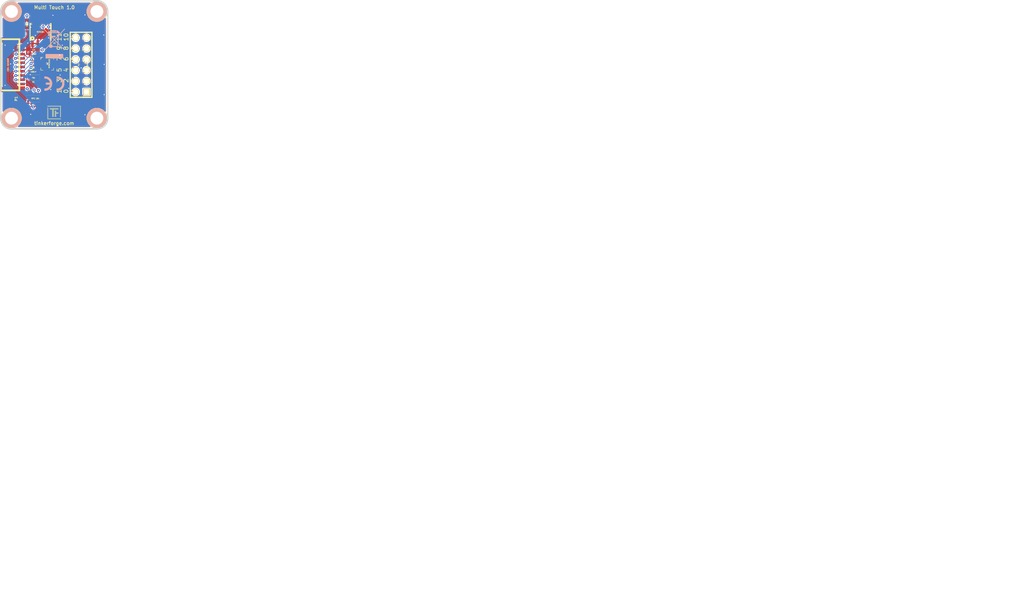
<source format=kicad_pcb>
(kicad_pcb (version 4) (host pcbnew "(2015-03-18 BZR 5525)-product")
  (title_block (title "Multi Touch Bricklet") (rev 1.0) (company "Tinkerforge GmbH") (comment 1 "Licensed under CERN OHL v.1.1") (comment 2 "Copyright (©) 2013, B.Nordmeyer <bastian@tinkerforge.com>"))
  (layers (0 Vorderseite signal hide) (31 Rückseite signal hide) (34 B.Paste user) (35 F.Paste user) (36 B.SilkS user) (37 F.SilkS user) (38 B.Mask user) (39 F.Mask user) (44 Edge.Cuts user))
  (net 0 "")
  (net 1 GND)
  (net 2 N-000001)
  (net 3 N-0000010)
  (net 4 N-0000011)
  (net 5 N-0000012)
  (net 6 N-0000013)
  (net 7 N-0000014)
  (net 8 N-0000017)
  (net 9 N-0000018)
  (net 10 N-0000019)
  (net 11 N-000002)
  (net 12 N-0000020)
  (net 13 N-0000021)
  (net 14 N-0000023)
  (net 15 N-000003)
  (net 16 N-000004)
  (net 17 N-000005)
  (net 18 N-000006)
  (net 19 N-000007)
  (net 20 N-000008)
  (net 21 N-000009)
  (net 22 VCC)
  (module SOIC8 (layer Vorderseite) (at 52.2 34.6)
    (fp_text reference U1 (at 3.29946 2.60096) (layer F.SilkS) (effects (font (size 0.29972 0.29972) (thickness 0.0762))))
    (fp_text value M24C64 (at 0 0) (layer F.SilkS) (effects (font (size 0.29972 0.29972) (thickness 0.0762))))
    (pad 1 smd rect (at -1.90246 2.69748 180) (size 0.59944 1.5494) (layers Vorderseite F.Paste F.Mask) (net 1 GND))
    (pad 2 smd rect (at -0.63246 2.69748 180) (size 0.59944 1.5494) (layers Vorderseite F.Paste F.Mask) (net 1 GND))
    (pad 3 smd rect (at 0.63246 2.69748 180) (size 0.59944 1.5494) (layers Vorderseite F.Paste F.Mask) (net 7 N-0000014))
    (pad 4 smd rect (at 1.90246 2.69748 180) (size 0.59944 1.5494) (layers Vorderseite F.Paste F.Mask) (net 1 GND))
    (pad 5 smd rect (at 1.90246 -2.69748) (size 0.59944 1.5494) (layers Vorderseite F.Paste F.Mask) (net 5 N-0000012))
    (pad 6 smd rect (at 0.63246 -2.69748) (size 0.59944 1.5494) (layers Vorderseite F.Paste F.Mask) (net 4 N-0000011))
    (pad 7 smd rect (at -0.63246 -2.69748) (size 0.59944 1.5494) (layers Vorderseite F.Paste F.Mask))
    (pad 8 smd rect (at -1.90246 -2.69748) (size 0.59944 1.5494) (layers Vorderseite F.Paste F.Mask) (net 22 VCC))
  )
  (module CON-SENSOR (layer Vorderseite) (at 43 42.3 270)
    (fp_text reference P1 (at 7.9502 -3.50012 270) (layer F.SilkS) (effects (font (size 0.59944 0.59944) (thickness 0.12446))))
    (fp_text value CON-SENSOR (at 0 -1.6002 270) (layer F.SilkS) (effects (font (size 0.29972 0.29972) (thickness 0.07112))))
    (pad 1 smd rect (at -4.50088 -4.7752 270) (size 0.59944 1.5494) (layers Vorderseite F.Paste F.Mask))
    (pad 2 smd rect (at -3.50012 -4.7752 270) (size 0.59944 1.5494) (layers Vorderseite F.Paste F.Mask) (net 1 GND))
    (pad 3 smd rect (at -2.49936 -4.7752 270) (size 0.59944 1.5494) (layers Vorderseite F.Paste F.Mask) (net 22 VCC))
    (pad 4 smd rect (at -1.50114 -4.7752 270) (size 0.59944 1.5494) (layers Vorderseite F.Paste F.Mask) (net 4 N-0000011))
    (pad 5 smd rect (at -0.50038 -4.7752 270) (size 0.59944 1.5494) (layers Vorderseite F.Paste F.Mask) (net 5 N-0000012))
    (pad 6 smd rect (at 0.50038 -4.7752 270) (size 0.59944 1.5494) (layers Vorderseite F.Paste F.Mask) (net 7 N-0000014))
    (pad 7 smd rect (at 1.50114 -4.7752 270) (size 0.59944 1.5494) (layers Vorderseite F.Paste F.Mask) (net 14 N-0000023))
    (pad 8 smd rect (at 2.49936 -4.7752 270) (size 0.59944 1.5494) (layers Vorderseite F.Paste F.Mask) (net 8 N-0000017))
    (pad 9 smd rect (at 3.50012 -4.7752 270) (size 0.59944 1.5494) (layers Vorderseite F.Paste F.Mask) (net 9 N-0000018))
    (pad 10 smd rect (at 4.50088 -4.7752 270) (size 0.59944 1.5494) (layers Vorderseite F.Paste F.Mask))
    (pad EP smd rect (at -5.79882 -0.89916 270) (size 1.19888 1.80086) (layers Vorderseite F.Paste F.Mask) (net 1 GND))
    (pad EP smd rect (at 5.79882 -0.89916 270) (size 1.19888 1.80086) (layers Vorderseite F.Paste F.Mask) (net 1 GND))
  )
  (module 0603 (layer Vorderseite) (at 50.6 39.8)
    (fp_text reference C2 (at 0 -1.00076) (layer F.SilkS) (effects (font (size 0.29972 0.29972) (thickness 0.0762))))
    (fp_text value 100nF (at 0 0) (layer F.SilkS) (effects (font (size 0.29972 0.29972) (thickness 0.0762))))
    (pad 1 smd rect (at -0.8001 0) (size 0.8001 0.8001) (layers Vorderseite F.Paste F.Mask) (net 1 GND))
    (pad 2 smd rect (at 0.8001 0) (size 0.8001 0.8001) (layers Vorderseite F.Paste F.Mask) (net 22 VCC))
  )
  (module 0603 (layer Vorderseite) (at 50.55 45.35 180)
    (fp_text reference R1 (at 0 -1.00076 180) (layer F.SilkS) (effects (font (size 0.29972 0.29972) (thickness 0.0762))))
    (fp_text value 75k (at 0 0 180) (layer F.SilkS) (effects (font (size 0.29972 0.29972) (thickness 0.0762))))
    (pad 1 smd rect (at -0.8001 0 180) (size 0.8001 0.8001) (layers Vorderseite F.Paste F.Mask) (net 2 N-000001))
    (pad 2 smd rect (at 0.8001 0 180) (size 0.8001 0.8001) (layers Vorderseite F.Paste F.Mask) (net 1 GND))
  )
  (module 0603 (layer Vorderseite) (at 49 32.7 270)
    (fp_text reference C1 (at 0 -1.00076 270) (layer F.SilkS) (effects (font (size 0.29972 0.29972) (thickness 0.0762))))
    (fp_text value 100nF (at 0 0 270) (layer F.SilkS) (effects (font (size 0.29972 0.29972) (thickness 0.0762))))
    (pad 1 smd rect (at -0.8001 0 270) (size 0.8001 0.8001) (layers Vorderseite F.Paste F.Mask) (net 22 VCC))
    (pad 2 smd rect (at 0.8001 0 270) (size 0.8001 0.8001) (layers Vorderseite F.Paste F.Mask) (net 1 GND))
  )
  (module QFN20-3X3 (layer Vorderseite) (at 53.75 42.05 270)
    (fp_text reference U2 (at 0 0 270) (layer F.SilkS) (effects (font (size 0.3 0.3) (thickness 0.075))))
    (fp_text value MPR121Q (at 0 -0.5 270) (layer F.SilkS) (effects (font (size 0.3 0.3) (thickness 0.075))))
    (pad 1 smd rect (at -0.79756 1.4986 90) (size 0.24892 0.89916) (layers Vorderseite F.Paste F.Mask) (net 14 N-0000023))
    (pad 2 smd rect (at -0.39878 1.4986 90) (size 0.24892 0.89916) (layers Vorderseite F.Paste F.Mask) (net 8 N-0000017))
    (pad 3 smd rect (at 0 1.4986 90) (size 0.24892 0.89916) (layers Vorderseite F.Paste F.Mask) (net 9 N-0000018))
    (pad 4 smd rect (at 0.39878 1.4986 90) (size 0.24892 0.89916) (layers Vorderseite F.Paste F.Mask) (net 1 GND))
    (pad 5 smd rect (at 0.79756 1.4986 90) (size 0.24892 0.89916) (layers Vorderseite F.Paste F.Mask) (net 11 N-000002))
    (pad 6 smd rect (at 1.4986 0.79756 180) (size 0.24892 0.89916) (layers Vorderseite F.Paste F.Mask) (net 1 GND))
    (pad 7 smd rect (at 1.4986 0.39878 180) (size 0.24892 0.89916) (layers Vorderseite F.Paste F.Mask) (net 2 N-000001))
    (pad 8 smd rect (at 1.4986 0 180) (size 0.24892 0.89916) (layers Vorderseite F.Paste F.Mask) (net 15 N-000003))
    (pad 9 smd rect (at 1.4986 -0.39878 180) (size 0.24892 0.89916) (layers Vorderseite F.Paste F.Mask) (net 16 N-000004))
    (pad 10 smd rect (at 1.4986 -0.79756 180) (size 0.24892 0.89916) (layers Vorderseite F.Paste F.Mask) (net 17 N-000005))
    (pad 11 smd rect (at 0.79756 -1.4986 270) (size 0.24892 0.89916) (layers Vorderseite F.Paste F.Mask) (net 18 N-000006))
    (pad 12 smd rect (at 0.39878 -1.4986 270) (size 0.24892 0.89916) (layers Vorderseite F.Paste F.Mask) (net 19 N-000007))
    (pad 13 smd rect (at 0 -1.4986 270) (size 0.24892 0.89916) (layers Vorderseite F.Paste F.Mask) (net 20 N-000008))
    (pad 14 smd rect (at -0.39878 -1.4986 270) (size 0.24892 0.89916) (layers Vorderseite F.Paste F.Mask) (net 21 N-000009))
    (pad 15 smd rect (at -0.79756 -1.4986 270) (size 0.24892 0.89916) (layers Vorderseite F.Paste F.Mask) (net 3 N-0000010))
    (pad 16 smd rect (at -1.4986 -0.79756) (size 0.24892 0.89916) (layers Vorderseite F.Paste F.Mask) (net 6 N-0000013))
    (pad 17 smd rect (at -1.4986 -0.39878) (size 0.24892 0.89916) (layers Vorderseite F.Paste F.Mask) (net 10 N-0000019))
    (pad 18 smd rect (at -1.4986 0) (size 0.24892 0.89916) (layers Vorderseite F.Paste F.Mask) (net 12 N-0000020))
    (pad 19 smd rect (at -1.4986 0.39878) (size 0.24892 0.89916) (layers Vorderseite F.Paste F.Mask) (net 13 N-0000021))
    (pad 20 smd rect (at -1.4986 0.79756) (size 0.24892 0.89916) (layers Vorderseite F.Paste F.Mask) (net 22 VCC))
  )
  (module 0603 (layer Vorderseite) (at 50.55 43.95)
    (fp_text reference C3 (at 0 -1.00076) (layer F.SilkS) (effects (font (size 0.29972 0.29972) (thickness 0.0762))))
    (fp_text value 100nF (at 0 0) (layer F.SilkS) (effects (font (size 0.29972 0.29972) (thickness 0.0762))))
    (pad 1 smd rect (at -0.8001 0) (size 0.8001 0.8001) (layers Vorderseite F.Paste F.Mask) (net 1 GND))
    (pad 2 smd rect (at 0.8001 0) (size 0.8001 0.8001) (layers Vorderseite F.Paste F.Mask) (net 11 N-000002))
  )
  (module 0603X4 (layer Vorderseite) (at 50.5 50.2)
    (fp_text reference RP1 (at 0 0) (layer F.SilkS) (effects (font (size 0.29972 0.29972) (thickness 0.0762))))
    (fp_text value 10k (at 1 0) (layer F.SilkS) (effects (font (size 0.29972 0.29972) (thickness 0.0762))))
    (pad 1 smd rect (at 1.19888 -0.8509) (size 0.44958 0.89916) (layers Vorderseite F.Paste F.Mask) (net 9 N-0000018))
    (pad 2 smd rect (at 0.39878 -0.8509) (size 0.44958 0.89916) (layers Vorderseite F.Paste F.Mask) (net 8 N-0000017))
    (pad 3 smd rect (at -0.39878 -0.8509) (size 0.44958 0.89916) (layers Vorderseite F.Paste F.Mask))
    (pad 4 smd rect (at -1.19888 -0.8509) (size 0.44958 0.89916) (layers Vorderseite F.Paste F.Mask) (net 14 N-0000023))
    (pad 5 smd rect (at -1.19888 0.8509) (size 0.44958 0.89916) (layers Vorderseite F.Paste F.Mask) (net 22 VCC))
    (pad 6 smd rect (at -0.39878 0.8509) (size 0.44958 0.89916) (layers Vorderseite F.Paste F.Mask) (net 22 VCC))
    (pad 7 smd rect (at 0.39878 0.8509) (size 0.44958 0.89916) (layers Vorderseite F.Paste F.Mask) (net 22 VCC))
    (pad 8 smd rect (at 1.19888 0.8509) (size 0.44958 0.89916) (layers Vorderseite F.Paste F.Mask) (net 22 VCC))
  )
  (module pin_array_6x2 (layer Vorderseite) (at 61.7 42.3 90)
    (fp_text reference P2 (at 0 -0.5 90) (layer F.SilkS) (effects (font (size 0.3 0.3) (thickness 0.075))))
    (fp_text value CONN_12 (at 0.1 1.5 90) (layer F.SilkS) (effects (font (size 0.3 0.3) (thickness 0.075))))
    (pad 1 thru_hole rect (at -6.35 1.27 90) (size 1.524 1.524) (drill 1.016) (layers *.Cu *.Mask F.SilkS) (net 15 N-000003))
    (pad 2 thru_hole circle (at -6.35 -1.27 90) (size 1.524 1.524) (drill 1.016) (layers *.Cu *.Mask F.SilkS) (net 16 N-000004))
    (pad 3 thru_hole circle (at -3.81 1.27 90) (size 1.524 1.524) (drill 1.016) (layers *.Cu *.Mask F.SilkS) (net 17 N-000005))
    (pad 4 thru_hole circle (at -3.81 -1.27 90) (size 1.524 1.524) (drill 1.016) (layers *.Cu *.Mask F.SilkS) (net 18 N-000006))
    (pad 5 thru_hole circle (at -1.27 1.27 90) (size 1.524 1.524) (drill 1.016) (layers *.Cu *.Mask F.SilkS) (net 19 N-000007))
    (pad 6 thru_hole circle (at -1.27 -1.27 90) (size 1.524 1.524) (drill 1.016) (layers *.Cu *.Mask F.SilkS) (net 20 N-000008))
    (pad 7 thru_hole circle (at 1.27 1.27 90) (size 1.524 1.524) (drill 1.016) (layers *.Cu *.Mask F.SilkS) (net 21 N-000009))
    (pad 8 thru_hole circle (at 1.27 -1.27 90) (size 1.524 1.524) (drill 1.016) (layers *.Cu *.Mask F.SilkS) (net 3 N-0000010))
    (pad 9 thru_hole circle (at 3.81 1.27 90) (size 1.524 1.524) (drill 1.016) (layers *.Cu *.Mask F.SilkS) (net 6 N-0000013))
    (pad 10 thru_hole circle (at 3.81 -1.27 90) (size 1.524 1.524) (drill 1.016) (layers *.Cu *.Mask F.SilkS) (net 10 N-0000019))
    (pad 11 thru_hole circle (at 6.35 1.27 90) (size 1.524 1.524) (drill 1.016) (layers *.Cu *.Mask F.SilkS) (net 12 N-0000020))
    (pad 12 thru_hole circle (at 6.35 -1.27 90) (size 1.524 1.524) (drill 1.016) (layers *.Cu *.Mask F.SilkS) (net 13 N-0000021))
  )
  (module Logo_31x31 (layer Vorderseite) (at 53.8 51.9)
    (fp_text reference G*** hide)
    (fp_text value Logo_31x31 hide)
  )
  (module CE_5mm (layer Rückseite) (at 55.4 46.7 180)
    (fp_text reference VAL hide)
    (fp_text value CE_5mm hide)
  )
  (module WEEE_7mm (layer Rückseite) (at 55.4 37.3)
    (fp_text reference VAL hide)
    (fp_text value WEEE_7mm hide)
  )
  (module kicad-libraries:DRILL_NP (layer Vorderseite) (at 65.4 54.8)
    (fp_text reference U5 hide)
    (fp_text value DRILL hide)
    (pad "" np_thru_hole circle (at 0 0) (size 2.99974 2.99974) (drill 2.99974) (layers *.Cu *.Mask F.SilkS) (clearance 0.89916))
  )
  (module kicad-libraries:DRILL_NP (layer Vorderseite) (at 45.4 29.8)
    (fp_text reference U6 hide)
    (fp_text value DRILL hide)
    (pad "" np_thru_hole circle (at 0 0) (size 2.99974 2.99974) (drill 2.99974) (layers *.Cu *.Mask F.SilkS) (clearance 0.89916))
  )
  (module kicad-libraries:DRILL_NP (layer Vorderseite) (at 45.4 54.8)
    (fp_text reference U4 hide)
    (fp_text value DRILL hide)
    (pad "" np_thru_hole circle (at 0 0) (size 2.99974 2.99974) (drill 2.99974) (layers *.Cu *.Mask F.SilkS) (clearance 0.89916))
  )
  (module kicad-libraries:DRILL_NP (layer Vorderseite) (at 65.4 29.8)
    (fp_text reference U3 hide)
    (fp_text value DRILL hide)
    (pad "" np_thru_hole circle (at 0 0) (size 2.99974 2.99974) (drill 2.99974) (layers *.Cu *.Mask F.SilkS) (clearance 0.89916))
  )
  (module kicad-libraries:Fiducial_Mark (layer Vorderseite) (at 47.75 35.05)
    (fp_text reference Fiducial_Mark hide)
    (fp_text value VAL** hide)
    (pad 1 smd circle (at 0 0) (size 1.00076 1.00076) (layers Vorderseite F.Paste F.Mask) (clearance 0.65024))
  )
  (module kicad-libraries:Fiducial_Mark (layer Vorderseite) (at 61.4 52.3)
    (fp_text reference Fiducial_Mark hide)
    (fp_text value VAL** hide)
    (pad 1 smd circle (at 0 0) (size 1.00076 1.00076) (layers Vorderseite F.Paste F.Mask) (clearance 0.65024))
  )
  (gr_line (start 42.9 54.8) (end 42.9 29.8) (angle 90) (layer Edge.Cuts) (width 0.381))
  (gr_line (start 67.9 29.9) (end 67.9 54.8) (angle 90) (layer Edge.Cuts) (width 0.381))
  (gr_text 10 (at 58.2 35.8 90) (layer F.SilkS) (effects (font (size 1 1))))
  (gr_text 11 (at 56.6 35.8 90) (layer F.SilkS) (effects (font (size 1 1))))
  (gr_text 8 (at 58.2 38.4 90) (layer F.SilkS) (effects (font (size 1 1))))
  (gr_text 9 (at 56.6 38.4 90) (layer F.SilkS) (effects (font (size 1 1))))
  (gr_text 6 (at 58.2 40.9 90) (layer F.SilkS) (effects (font (size 1 1))))
  (gr_text 7 (at 56.6 40.9 90) (layer F.SilkS) (effects (font (size 1 1))))
  (gr_text 4 (at 58.2 43.5 90) (layer F.SilkS) (effects (font (size 1 1))))
  (gr_text 5 (at 56.6 43.5 90) (layer F.SilkS) (effects (font (size 1 1))))
  (gr_text 3 (at 56.6 46 90) (layer F.SilkS) (effects (font (size 1 1))))
  (gr_text 2 (at 58.2 46 90) (layer F.SilkS) (effects (font (size 1 1))))
  (gr_text 1 (at 56.6 48.5 90) (layer F.SilkS) (effects (font (size 1 1))))
  (gr_text 0 (at 58.2 48.5 90) (layer F.SilkS) (effects (font (size 1 1))))
  (gr_line (start 65.5 27.3) (end 45.4 27.3) (angle 90) (layer Edge.Cuts) (width 0.381))
  (gr_line (start 45.4 57.3) (end 65.4 57.3) (angle 90) (layer Edge.Cuts) (width 0.381))
  (gr_arc (start 65.4 29.8) (end 65.5 27.3) (angle 90) (layer Edge.Cuts) (width 0.381))
  (gr_arc (start 65.4 54.8) (end 67.9 54.8) (angle 90) (layer Edge.Cuts) (width 0.381))
  (gr_text "Multi Touch 1.0" (at 55.45 28.85) (layer F.SilkS) (effects (font (size 0.8 0.8))))
  (gr_text tinkerforge.com (at 55.4 56) (layer F.SilkS) (effects (font (size 0.8 0.8))))
  (gr_arc (start 45.4 29.8) (end 42.9 29.8) (angle 90) (layer Edge.Cuts) (width 0.381))
  (gr_arc (start 45.4 54.8) (end 45.4 57.3) (angle 90) (layer Edge.Cuts) (width 0.381))
  (segment (start 62.6 54) (end 62.6 53.8) (width 0.15) (layer Vorderseite) (net 1))
  (segment (start 62.75 53.65) (end 62.75 51.15) (width 0.15) (layer Vorderseite) (net 1))
  (segment (start 62.6 53.8) (end 62.75 53.65) (width 0.15) (layer Vorderseite) (net 1))
  (segment (start 45.9 38.8) (end 45.8 38.8) (width 0.15) (layer Vorderseite) (net 1))
  (via (at 45.9 38.8) (size 0.70104) (layers Vorderseite Rückseite) (net 1))
  (via (at 45.2 42.1) (size 0.70104) (layers Vorderseite Rückseite) (net 1))
  (segment (start 45.2 39.4) (end 45.2 42.1) (width 0.15) (layer Vorderseite) (net 1))
  (segment (start 45.8 38.8) (end 45.2 39.4) (width 0.15) (layer Vorderseite) (net 1))
  (segment (start 67.1 42.2) (end 62.5 42.2) (width 0.15) (layer Vorderseite) (net 1))
  (via (at 61.7 43) (size 0.70104) (layers Vorderseite Rückseite) (net 1))
  (segment (start 62.5 42.2) (end 61.7 43) (width 0.15) (layer Vorderseite) (net 1))
  (segment (start 54.6 48.1) (end 58.5 48.1) (width 0.15) (layer Rückseite) (net 1))
  (segment (start 52.1 45.6) (end 54.6 48.1) (width 0.15) (layer Rückseite) (net 1))
  (via (at 54.6 48.1) (size 0.70104) (layers Vorderseite Rückseite) (net 1))
  (segment (start 52.1 44.4) (end 52.1 45.6) (width 0.15) (layer Rückseite) (net 1))
  (via (at 58.8 47.8) (size 0.70104) (layers Vorderseite Rückseite) (net 1))
  (segment (start 58.5 48.1) (end 58.8 47.8) (width 0.15) (layer Rückseite) (net 1))
  (segment (start 54.1 36) (end 55.6 36) (width 0.15) (layer Rückseite) (net 1))
  (via (at 57.3 37.7) (size 0.70104) (layers Vorderseite Rückseite) (net 1))
  (segment (start 55.6 36) (end 57.3 37.7) (width 0.15) (layer Rückseite) (net 1))
  (segment (start 53.9 42) (end 54.7 42) (width 0.15) (layer Rückseite) (net 1))
  (via (at 56.7 40) (size 0.70104) (layers Vorderseite Rückseite) (net 1))
  (segment (start 54.7 42) (end 56.7 40) (width 0.15) (layer Rückseite) (net 1))
  (segment (start 53.9 42) (end 54.1 42) (width 0.15) (layer Rückseite) (net 1))
  (via (at 56.8 44.7) (size 0.70104) (layers Vorderseite Rückseite) (net 1))
  (segment (start 54.1 42) (end 56.8 44.7) (width 0.15) (layer Rückseite) (net 1))
  (segment (start 54.1 36) (end 54.1 35.9) (width 0.15) (layer Rückseite) (net 1))
  (via (at 49.9 53.9) (size 0.70104) (layers Vorderseite Rückseite) (net 1))
  (segment (start 62.5 53.9) (end 49.9 53.9) (width 0.15) (layer Rückseite) (net 1))
  (segment (start 62.6 54) (end 62.5 53.9) (width 0.15) (layer Rückseite) (net 1))
  (via (at 62.6 54) (size 0.70104) (layers Vorderseite Rückseite) (net 1))
  (segment (start 64.4 49.5) (end 62.75 51.15) (width 0.15) (layer Vorderseite) (net 1))
  (via (at 67.1 42.2) (size 0.70104) (layers Vorderseite Rückseite) (net 1))
  (segment (start 67.1 42.2) (end 67.1 49.3) (width 0.15) (layer Rückseite) (net 1))
  (via (at 67.1 49.3) (size 0.70104) (layers Vorderseite Rückseite) (net 1))
  (segment (start 67.1 49.3) (end 65 49.3) (width 0.15) (layer Vorderseite) (net 1))
  (segment (start 65 49.3) (end 64.8 49.5) (width 0.15) (layer Vorderseite) (net 1))
  (segment (start 64.8 49.5) (end 64.4 49.5) (width 0.15) (layer Vorderseite) (net 1))
  (segment (start 67.1 35.4) (end 67.1 42.2) (width 0.15) (layer Vorderseite) (net 1))
  (segment (start 67 35.3) (end 67.1 35.4) (width 0.15) (layer Vorderseite) (net 1))
  (via (at 67 35.3) (size 0.70104) (layers Vorderseite Rückseite) (net 1))
  (segment (start 64.3 35.3) (end 67 35.3) (width 0.15) (layer Rückseite) (net 1))
  (segment (start 62.6 33.6) (end 64.3 35.3) (width 0.15) (layer Rückseite) (net 1))
  (segment (start 62.6 30.6) (end 62.6 33.6) (width 0.15) (layer Rückseite) (net 1))
  (via (at 62.6 30.6) (size 0.70104) (layers Vorderseite Rückseite) (net 1))
  (segment (start 55.2 30.6) (end 62.6 30.6) (width 0.15) (layer Vorderseite) (net 1))
  (segment (start 55.1 30.7) (end 55.2 30.6) (width 0.15) (layer Vorderseite) (net 1))
  (via (at 55.1 30.7) (size 0.70104) (layers Vorderseite Rückseite) (net 1))
  (segment (start 55.1 34.9) (end 55.1 30.7) (width 0.15) (layer Rückseite) (net 1))
  (segment (start 54.1 35.9) (end 55.1 34.9) (width 0.15) (layer Rückseite) (net 1))
  (segment (start 51 35.4) (end 49.2 37.2) (width 0.15) (layer Rückseite) (net 1))
  (segment (start 49.7999 37.7999) (end 49.2 37.2) (width 0.15) (layer Vorderseite) (net 1))
  (via (at 49.2 37.2) (size 0.70104) (layers Vorderseite Rückseite) (net 1))
  (segment (start 49.7999 37.7999) (end 49.7999 39.8) (width 0.15) (layer Vorderseite) (net 1))
  (via (at 51 35.4) (size 0.70104) (layers Vorderseite Rückseite) (net 1))
  (segment (start 51 35.4) (end 51 34.6) (width 0.15) (layer Vorderseite) (net 1))
  (segment (start 49.8999 33.5001) (end 49.9 33.5) (width 0.15) (layer Vorderseite) (net 1))
  (via (at 49.9 33.5) (size 0.70104) (layers Vorderseite Rückseite) (net 1))
  (segment (start 49.8999 33.5001) (end 49 33.5001) (width 0.15) (layer Vorderseite) (net 1))
  (segment (start 51 34.6) (end 49.9 33.5) (width 0.15) (layer Vorderseite) (net 1))
  (segment (start 45.9 38.8) (end 45 38.8) (width 0.15) (layer Vorderseite) (net 1))
  (segment (start 45.90012 38.79988) (end 45.9 38.8) (width 0.15) (layer Vorderseite) (net 1))
  (segment (start 47.7752 38.79988) (end 45.90012 38.79988) (width 0.15) (layer Vorderseite) (net 1))
  (segment (start 45 38.8) (end 43.9 37.7) (width 0.15) (layer Vorderseite) (net 1))
  (segment (start 43.89916 48.09882) (end 43.89916 47.10084) (width 0.15) (layer Vorderseite) (net 1))
  (segment (start 43.89916 47.10084) (end 43.9 47.1) (width 0.15) (layer Vorderseite) (net 1))
  (via (at 43.9 47.1) (size 0.70104) (layers Vorderseite Rückseite) (net 1))
  (segment (start 43.9 47.1) (end 43.9 37.7) (width 0.15) (layer Rückseite) (net 1))
  (via (at 43.9 37.7) (size 0.70104) (layers Vorderseite Rückseite) (net 1))
  (segment (start 43.89916 37.69916) (end 43.89916 36.50118) (width 0.15) (layer Vorderseite) (net 1))
  (segment (start 43.9 37.7) (end 43.89916 37.69916) (width 0.15) (layer Vorderseite) (net 1))
  (segment (start 49.8 44.6) (end 51.9 44.6) (width 0.15) (layer Rückseite) (net 1))
  (segment (start 49.7499 44.5499) (end 49.8 44.6) (width 0.15) (layer Vorderseite) (net 1))
  (via (at 49.8 44.6) (size 0.70104) (layers Vorderseite Rückseite) (net 1))
  (segment (start 49.7499 43.95) (end 49.7499 44.5499) (width 0.15) (layer Vorderseite) (net 1))
  (segment (start 53.9 42.6) (end 53.9 42) (width 0.15) (layer Rückseite) (net 1))
  (segment (start 51.9 44.6) (end 52.1 44.4) (width 0.15) (layer Rückseite) (net 1))
  (segment (start 52.1 44.4) (end 53.9 42.6) (width 0.15) (layer Rückseite) (net 1))
  (segment (start 49.7499 43.95) (end 49.7499 45.35) (width 0.15) (layer Vorderseite) (net 1))
  (segment (start 51 35.4) (end 53.5 35.4) (width 0.15) (layer Vorderseite) (net 1))
  (segment (start 51 35.7) (end 51 35.4) (width 0.15) (layer Vorderseite) (net 1))
  (segment (start 53.5 35.4) (end 54.1 36) (width 0.15) (layer Vorderseite) (net 1))
  (segment (start 53.9 42) (end 53.9 36.2) (width 0.15) (layer Rückseite) (net 1))
  (via (at 54.1 36) (size 0.70104) (layers Vorderseite Rückseite) (net 1))
  (segment (start 53.9 36.2) (end 54.1 36) (width 0.15) (layer Rückseite) (net 1))
  (segment (start 52.95244 43.5486) (end 52.95244 42.94756) (width 0.15) (layer Vorderseite) (net 1))
  (segment (start 52.95244 42.94756) (end 53.9 42) (width 0.15) (layer Vorderseite) (net 1))
  (via (at 53.9 42) (size 0.70104) (layers Vorderseite Rückseite) (net 1))
  (segment (start 54.10246 36.00246) (end 54.10246 37.29748) (width 0.15) (layer Vorderseite) (net 1))
  (segment (start 54.1 36) (end 54.10246 36.00246) (width 0.15) (layer Vorderseite) (net 1))
  (segment (start 50.29754 37.29748) (end 50.29754 35.90246) (width 0.15) (layer Vorderseite) (net 1))
  (segment (start 51.56754 35.86754) (end 51.56754 37.29748) (width 0.15) (layer Vorderseite) (net 1))
  (segment (start 51.4 35.7) (end 51.56754 35.86754) (width 0.15) (layer Vorderseite) (net 1))
  (segment (start 50.5 35.7) (end 51 35.7) (width 0.15) (layer Vorderseite) (net 1))
  (segment (start 51 35.7) (end 51.4 35.7) (width 0.15) (layer Vorderseite) (net 1))
  (segment (start 50.29754 35.90246) (end 50.5 35.7) (width 0.15) (layer Vorderseite) (net 1))
  (segment (start 49.7999 39.8) (end 49.7999 39.3999) (width 0.15) (layer Vorderseite) (net 1))
  (segment (start 49.7999 39.3999) (end 49.19988 38.79988) (width 0.15) (layer Vorderseite) (net 1))
  (segment (start 49.19988 38.79988) (end 47.7752 38.79988) (width 0.15) (layer Vorderseite) (net 1))
  (segment (start 49.7499 43.95) (end 49.85 43.95) (width 0.15) (layer Vorderseite) (net 1))
  (segment (start 51.35122 42.44878) (end 52.2514 42.44878) (width 0.15) (layer Vorderseite) (net 1))
  (segment (start 49.85 43.95) (end 51.35122 42.44878) (width 0.15) (layer Vorderseite) (net 1))
  (segment (start 53.35122 43.5486) (end 53.35122 44.64878) (width 0.15) (layer Vorderseite) (net 2))
  (segment (start 52.65 45.35) (end 51.3501 45.35) (width 0.15) (layer Vorderseite) (net 2))
  (segment (start 53.35122 44.64878) (end 52.65 45.35) (width 0.15) (layer Vorderseite) (net 2))
  (segment (start 55.2486 41.25244) (end 60.10756 41.25244) (width 0.15) (layer Vorderseite) (net 3))
  (segment (start 60.10756 41.25244) (end 60.43 40.93) (width 0.15) (layer Vorderseite) (net 3))
  (segment (start 52.83246 31.90252) (end 52.83246 33.36754) (width 0.15) (layer Vorderseite) (net 4))
  (segment (start 46.30114 40.79886) (end 47.7752 40.79886) (width 0.15) (layer Vorderseite) (net 4))
  (segment (start 46.3 40.8) (end 46.30114 40.79886) (width 0.15) (layer Vorderseite) (net 4))
  (via (at 46.3 40.8) (size 0.70104) (layers Vorderseite Rückseite) (net 4))
  (segment (start 46.5 40.8) (end 46.3 40.8) (width 0.15) (layer Rückseite) (net 4))
  (segment (start 52.8 34.5) (end 46.5 40.8) (width 0.15) (layer Rückseite) (net 4))
  (segment (start 52.8 33.4) (end 52.8 34.5) (width 0.15) (layer Rückseite) (net 4))
  (via (at 52.8 33.4) (size 0.70104) (layers Vorderseite Rückseite) (net 4))
  (segment (start 52.83246 33.36754) (end 52.8 33.4) (width 0.15) (layer Vorderseite) (net 4))
  (segment (start 47.7752 41.79962) (end 46.40038 41.79962) (width 0.15) (layer Vorderseite) (net 5))
  (segment (start 54.10246 33.39754) (end 54.10246 31.90252) (width 0.15) (layer Vorderseite) (net 5))
  (segment (start 54.1 33.4) (end 54.10246 33.39754) (width 0.15) (layer Vorderseite) (net 5))
  (via (at 54.1 33.4) (size 0.70104) (layers Vorderseite Rückseite) (net 5))
  (segment (start 54.1 34.6) (end 54.1 33.4) (width 0.15) (layer Rückseite) (net 5))
  (segment (start 47.2 41.5) (end 54.1 34.6) (width 0.15) (layer Rückseite) (net 5))
  (segment (start 46.7 41.5) (end 47.2 41.5) (width 0.15) (layer Rückseite) (net 5))
  (segment (start 46.4 41.8) (end 46.7 41.5) (width 0.15) (layer Rückseite) (net 5))
  (via (at 46.4 41.8) (size 0.70104) (layers Vorderseite Rückseite) (net 5))
  (segment (start 46.40038 41.79962) (end 46.4 41.8) (width 0.15) (layer Vorderseite) (net 5))
  (segment (start 54.54756 40.5514) (end 54.54756 40.15244) (width 0.15) (layer Vorderseite) (net 6))
  (segment (start 61.66 39.7) (end 62.97 38.39) (width 0.15) (layer Vorderseite) (net 6))
  (segment (start 59.3 39.7) (end 61.66 39.7) (width 0.15) (layer Vorderseite) (net 6))
  (segment (start 58.8 39.2) (end 59.3 39.7) (width 0.15) (layer Vorderseite) (net 6))
  (segment (start 55.5 39.2) (end 58.8 39.2) (width 0.15) (layer Vorderseite) (net 6))
  (segment (start 54.54756 40.15244) (end 55.5 39.2) (width 0.15) (layer Vorderseite) (net 6))
  (segment (start 47.7752 42.80038) (end 46.40038 42.80038) (width 0.15) (layer Vorderseite) (net 7))
  (segment (start 52.83246 38.56754) (end 52.83246 37.29748) (width 0.15) (layer Vorderseite) (net 7))
  (segment (start 52.6 38.8) (end 52.83246 38.56754) (width 0.15) (layer Vorderseite) (net 7))
  (via (at 52.6 38.8) (size 0.70104) (layers Vorderseite Rückseite) (net 7))
  (segment (start 51.1 38.8) (end 52.6 38.8) (width 0.15) (layer Rückseite) (net 7))
  (segment (start 47.1 42.8) (end 51.1 38.8) (width 0.15) (layer Rückseite) (net 7))
  (segment (start 46.4 42.8) (end 47.1 42.8) (width 0.15) (layer Rückseite) (net 7))
  (via (at 46.4 42.8) (size 0.70104) (layers Vorderseite Rückseite) (net 7))
  (segment (start 46.40038 42.80038) (end 46.4 42.8) (width 0.15) (layer Vorderseite) (net 7))
  (segment (start 46.4 44.8) (end 46.2 44.8) (width 0.15) (layer Rückseite) (net 8))
  (segment (start 50.89878 48.39878) (end 50.89878 49.3491) (width 0.15) (layer Vorderseite) (net 8))
  (segment (start 50.7 48.2) (end 50.89878 48.39878) (width 0.15) (layer Vorderseite) (net 8))
  (via (at 50.7 48.2) (size 0.70104) (layers Vorderseite Rückseite) (net 8))
  (segment (start 49.2 46.7) (end 50.7 48.2) (width 0.15) (layer Rückseite) (net 8))
  (segment (start 46.4 46.7) (end 49.2 46.7) (width 0.15) (layer Rückseite) (net 8))
  (segment (start 45.8 46.1) (end 46.4 46.7) (width 0.15) (layer Rückseite) (net 8))
  (segment (start 45.8 45.2) (end 45.8 46.1) (width 0.15) (layer Rückseite) (net 8))
  (segment (start 46.2 44.8) (end 45.8 45.2) (width 0.15) (layer Rückseite) (net 8))
  (segment (start 47.7752 44.79936) (end 46.40064 44.79936) (width 0.15) (layer Vorderseite) (net 8))
  (segment (start 50.34878 41.65122) (end 52.2514 41.65122) (width 0.15) (layer Vorderseite) (net 8))
  (segment (start 50 42) (end 50.34878 41.65122) (width 0.15) (layer Vorderseite) (net 8))
  (via (at 50 42) (size 0.70104) (layers Vorderseite Rückseite) (net 8))
  (segment (start 47.2 44.8) (end 50 42) (width 0.15) (layer Rückseite) (net 8))
  (segment (start 46.4 44.8) (end 47.2 44.8) (width 0.15) (layer Rückseite) (net 8))
  (via (at 46.4 44.8) (size 0.70104) (layers Vorderseite Rückseite) (net 8))
  (segment (start 46.40064 44.79936) (end 46.4 44.8) (width 0.15) (layer Vorderseite) (net 8))
  (segment (start 51.69888 49.3491) (end 51.69888 48.30112) (width 0.15) (layer Vorderseite) (net 9))
  (segment (start 49.2 45.8) (end 47.1 45.8) (width 0.15) (layer Rückseite) (net 9))
  (segment (start 51.7 48.3) (end 49.2 45.8) (width 0.15) (layer Rückseite) (net 9))
  (via (at 51.7 48.3) (size 0.70104) (layers Vorderseite Rückseite) (net 9))
  (segment (start 51.69888 48.30112) (end 51.7 48.3) (width 0.15) (layer Vorderseite) (net 9))
  (segment (start 52.2514 42.05) (end 50.85 42.05) (width 0.15) (layer Vorderseite) (net 9))
  (segment (start 46.40012 45.80012) (end 47.7752 45.80012) (width 0.15) (layer Vorderseite) (net 9))
  (segment (start 46.4 45.8) (end 46.40012 45.80012) (width 0.15) (layer Vorderseite) (net 9))
  (via (at 46.4 45.8) (size 0.70104) (layers Vorderseite Rückseite) (net 9))
  (segment (start 47.1 45.8) (end 46.4 45.8) (width 0.15) (layer Rückseite) (net 9))
  (segment (start 50 42.9) (end 47.1 45.8) (width 0.15) (layer Rückseite) (net 9))
  (via (at 50 42.9) (size 0.70104) (layers Vorderseite Rückseite) (net 9))
  (segment (start 50.85 42.05) (end 50 42.9) (width 0.15) (layer Vorderseite) (net 9))
  (segment (start 54.14878 40.5514) (end 54.14878 40.05122) (width 0.15) (layer Vorderseite) (net 10))
  (segment (start 60.02 38.8) (end 60.43 38.39) (width 0.15) (layer Vorderseite) (net 10))
  (segment (start 55.4 38.8) (end 60.02 38.8) (width 0.15) (layer Vorderseite) (net 10))
  (segment (start 54.14878 40.05122) (end 55.4 38.8) (width 0.15) (layer Vorderseite) (net 10))
  (segment (start 52.2514 42.84756) (end 51.55244 42.84756) (width 0.15) (layer Vorderseite) (net 11))
  (segment (start 51.3501 43.0499) (end 51.3501 43.95) (width 0.15) (layer Vorderseite) (net 11))
  (segment (start 51.55244 42.84756) (end 51.3501 43.0499) (width 0.15) (layer Vorderseite) (net 11))
  (segment (start 53.75 40.5514) (end 53.75 39.95) (width 0.15) (layer Vorderseite) (net 12))
  (segment (start 61.72 37.1) (end 62.97 35.85) (width 0.15) (layer Vorderseite) (net 12))
  (segment (start 56.6 37.1) (end 61.72 37.1) (width 0.15) (layer Vorderseite) (net 12))
  (segment (start 53.75 39.95) (end 56.6 37.1) (width 0.15) (layer Vorderseite) (net 12))
  (segment (start 53.35122 40.5514) (end 53.35122 39.74878) (width 0.15) (layer Vorderseite) (net 13))
  (segment (start 57.25 35.85) (end 60.43 35.85) (width 0.15) (layer Vorderseite) (net 13))
  (segment (start 53.35122 39.74878) (end 57.25 35.85) (width 0.15) (layer Vorderseite) (net 13))
  (segment (start 46.4 43.8) (end 46 43.8) (width 0.15) (layer Rückseite) (net 14))
  (segment (start 49.30112 48.10112) (end 49.30112 49.3491) (width 0.15) (layer Vorderseite) (net 14))
  (segment (start 49.1 47.9) (end 49.30112 48.10112) (width 0.15) (layer Vorderseite) (net 14))
  (via (at 49.1 47.9) (size 0.70104) (layers Vorderseite Rückseite) (net 14))
  (segment (start 46.9 47.9) (end 49.1 47.9) (width 0.15) (layer Rückseite) (net 14))
  (segment (start 45.3 46.3) (end 46.9 47.9) (width 0.15) (layer Rückseite) (net 14))
  (segment (start 45.3 44.5) (end 45.3 46.3) (width 0.15) (layer Rückseite) (net 14))
  (segment (start 46 43.8) (end 45.3 44.5) (width 0.15) (layer Rückseite) (net 14))
  (segment (start 47.7752 43.80114) (end 46.40114 43.80114) (width 0.15) (layer Vorderseite) (net 14))
  (segment (start 50.25244 41.25244) (end 52.2514 41.25244) (width 0.15) (layer Vorderseite) (net 14))
  (segment (start 50.1 41.1) (end 50.25244 41.25244) (width 0.15) (layer Vorderseite) (net 14))
  (via (at 50.1 41.1) (size 0.70104) (layers Vorderseite Rückseite) (net 14))
  (segment (start 49.8 41.1) (end 50.1 41.1) (width 0.15) (layer Rückseite) (net 14))
  (segment (start 47.1 43.8) (end 49.8 41.1) (width 0.15) (layer Rückseite) (net 14))
  (segment (start 46.4 43.8) (end 47.1 43.8) (width 0.15) (layer Rückseite) (net 14))
  (via (at 46.4 43.8) (size 0.70104) (layers Vorderseite Rückseite) (net 14))
  (segment (start 46.40114 43.80114) (end 46.4 43.8) (width 0.15) (layer Vorderseite) (net 14))
  (segment (start 53.75 43.5486) (end 53.75 44.75) (width 0.15) (layer Vorderseite) (net 15))
  (segment (start 61.42 50.1) (end 62.97 48.55) (width 0.15) (layer Vorderseite) (net 15))
  (segment (start 59.1 50.1) (end 61.42 50.1) (width 0.15) (layer Vorderseite) (net 15))
  (segment (start 53.75 44.75) (end 59.1 50.1) (width 0.15) (layer Vorderseite) (net 15))
  (segment (start 54.14878 43.5486) (end 54.14878 44.34878) (width 0.15) (layer Vorderseite) (net 16))
  (segment (start 58.35 48.55) (end 60.43 48.55) (width 0.15) (layer Vorderseite) (net 16))
  (segment (start 54.14878 44.34878) (end 58.35 48.55) (width 0.15) (layer Vorderseite) (net 16))
  (segment (start 54.54756 43.5486) (end 54.54756 44.24756) (width 0.15) (layer Vorderseite) (net 17))
  (segment (start 61.78 47.2) (end 62.97 46.01) (width 0.15) (layer Vorderseite) (net 17))
  (segment (start 57.5 47.2) (end 61.78 47.2) (width 0.15) (layer Vorderseite) (net 17))
  (segment (start 54.54756 44.24756) (end 57.5 47.2) (width 0.15) (layer Vorderseite) (net 17))
  (segment (start 55.2486 42.84756) (end 56.14756 42.84756) (width 0.15) (layer Vorderseite) (net 18))
  (segment (start 60.43 45.83) (end 60.43 46.01) (width 0.15) (layer Vorderseite) (net 18))
  (segment (start 58.1 43.5) (end 60.43 45.83) (width 0.15) (layer Vorderseite) (net 18))
  (segment (start 56.8 43.5) (end 58.1 43.5) (width 0.15) (layer Vorderseite) (net 18))
  (segment (start 56.14756 42.84756) (end 56.8 43.5) (width 0.15) (layer Vorderseite) (net 18))
  (segment (start 55.2486 42.44878) (end 56.34878 42.44878) (width 0.15) (layer Vorderseite) (net 19))
  (segment (start 61.74 44.7) (end 62.97 43.47) (width 0.15) (layer Vorderseite) (net 19))
  (segment (start 59.9 44.7) (end 61.74 44.7) (width 0.15) (layer Vorderseite) (net 19))
  (segment (start 58.2 43) (end 59.9 44.7) (width 0.15) (layer Vorderseite) (net 19))
  (segment (start 56.9 43) (end 58.2 43) (width 0.15) (layer Vorderseite) (net 19))
  (segment (start 56.34878 42.44878) (end 56.9 43) (width 0.15) (layer Vorderseite) (net 19))
  (segment (start 55.2486 42.05) (end 56.55 42.05) (width 0.15) (layer Vorderseite) (net 20))
  (segment (start 59.56 42.6) (end 60.43 43.47) (width 0.15) (layer Vorderseite) (net 20))
  (segment (start 57.1 42.6) (end 59.56 42.6) (width 0.15) (layer Vorderseite) (net 20))
  (segment (start 56.55 42.05) (end 57.1 42.6) (width 0.15) (layer Vorderseite) (net 20))
  (segment (start 62.97 40.93) (end 62.97 41.13) (width 0.15) (layer Vorderseite) (net 21))
  (segment (start 56.85122 41.65122) (end 55.2486 41.65122) (width 0.15) (layer Vorderseite) (net 21))
  (segment (start 57.4 42.2) (end 56.85122 41.65122) (width 0.15) (layer Vorderseite) (net 21))
  (segment (start 61.9 42.2) (end 57.4 42.2) (width 0.15) (layer Vorderseite) (net 21))
  (segment (start 62.97 41.13) (end 61.9 42.2) (width 0.15) (layer Vorderseite) (net 21))
  (segment (start 50.5 52.1) (end 50.5 52.2) (width 0.15) (layer Vorderseite) (net 22))
  (segment (start 45.8 39.8) (end 46.5 39.8) (width 0.15) (layer Rückseite) (net 22))
  (segment (start 44.6 41) (end 45.8 39.8) (width 0.15) (layer Rückseite) (net 22))
  (segment (start 44.6 46.3) (end 44.6 41) (width 0.15) (layer Rückseite) (net 22))
  (segment (start 50.5 52.2) (end 44.6 46.3) (width 0.15) (layer Rückseite) (net 22))
  (via (at 50.5 52.2) (size 0.70104) (layers Vorderseite Rückseite) (net 22))
  (segment (start 50.89878 51.0509) (end 50.89878 52.1) (width 0.15) (layer Vorderseite) (net 22))
  (segment (start 50.89878 52.1) (end 50.9 52.1) (width 0.15) (layer Vorderseite) (net 22))
  (segment (start 50.10122 51.0509) (end 50.10122 52.1) (width 0.15) (layer Vorderseite) (net 22))
  (segment (start 50.10122 52.1) (end 50.1 52.1) (width 0.15) (layer Vorderseite) (net 22))
  (segment (start 51.69888 51.0509) (end 51.69888 51.80112) (width 0.15) (layer Vorderseite) (net 22))
  (segment (start 49.30112 51.80112) (end 49.30112 51.0509) (width 0.15) (layer Vorderseite) (net 22))
  (segment (start 49.6 52.1) (end 49.30112 51.80112) (width 0.15) (layer Vorderseite) (net 22))
  (segment (start 51.4 52.1) (end 50.9 52.1) (width 0.15) (layer Vorderseite) (net 22))
  (segment (start 50.9 52.1) (end 50.5 52.1) (width 0.15) (layer Vorderseite) (net 22))
  (segment (start 50.5 52.1) (end 50.1 52.1) (width 0.15) (layer Vorderseite) (net 22))
  (segment (start 50.1 52.1) (end 49.6 52.1) (width 0.15) (layer Vorderseite) (net 22))
  (segment (start 51.69888 51.80112) (end 51.4 52.1) (width 0.15) (layer Vorderseite) (net 22))
  (segment (start 49 31.8999) (end 50.29492 31.8999) (width 0.15) (layer Vorderseite) (net 22))
  (segment (start 50.29492 31.8999) (end 50.29754 31.90252) (width 0.15) (layer Vorderseite) (net 22))
  (segment (start 47.7752 39.80064) (end 48.30064 39.80064) (width 0.15) (layer Vorderseite) (net 22))
  (segment (start 50.7001 40.5) (end 51.4001 39.8) (width 0.15) (layer Vorderseite) (net 22))
  (segment (start 49 40.5) (end 50.7001 40.5) (width 0.15) (layer Vorderseite) (net 22))
  (segment (start 48.30064 39.80064) (end 49 40.5) (width 0.15) (layer Vorderseite) (net 22))
  (segment (start 49 31.8999) (end 49 30.8) (width 0.15) (layer Vorderseite) (net 22))
  (via (at 49 30.8) (size 0.70104) (layers Vorderseite Rückseite) (net 22))
  (segment (start 49 30.8) (end 49 35.7) (width 0.15) (layer Rückseite) (net 22))
  (segment (start 49 35.7) (end 46.5 38.2) (width 0.15) (layer Rückseite) (net 22))
  (segment (start 46.5 38.2) (end 46.5 39.8) (width 0.15) (layer Rückseite) (net 22))
  (segment (start 46.50064 39.80064) (end 46.5 39.8) (width 0.15) (layer Vorderseite) (net 22))
  (segment (start 46.50064 39.80064) (end 47.7752 39.80064) (width 0.15) (layer Vorderseite) (net 22))
  (via (at 46.5 39.8) (size 0.70104) (layers Vorderseite Rückseite) (net 22))
  (segment (start 52.95244 40.5514) (end 52.1515 40.5514) (width 0.15) (layer Vorderseite) (net 22))
  (segment (start 52.1515 40.5514) (end 51.4001 39.8) (width 0.15) (layer Vorderseite) (net 22))
  (zone (net 1) (net_name GND) (layer Vorderseite) (connect_pads (clearance 0.24892)) (min_thickness 0.24892) (fill yes (arc_segments 16) (thermal_gap 0.29972) (thermal_bridge_width 0.29972))
    (polygon (pts (xy 42.9 57.3) (xy 67.9 57.3) (xy 67.9 27.3) (xy 42.9 27.3)))
  )
  (zone (net 1) (net_name GND) (layer Rückseite) (connect_pads (clearance 0.24892)) (min_thickness 0.24892) (fill yes (arc_segments 16) (thermal_gap 0.29972) (thermal_bridge_width 0.29972))
    (polygon (pts (xy 42.9 27.3) (xy 67.9 27.3) (xy 67.9 57.3) (xy 42.9 57.3)))
  )
)
</source>
